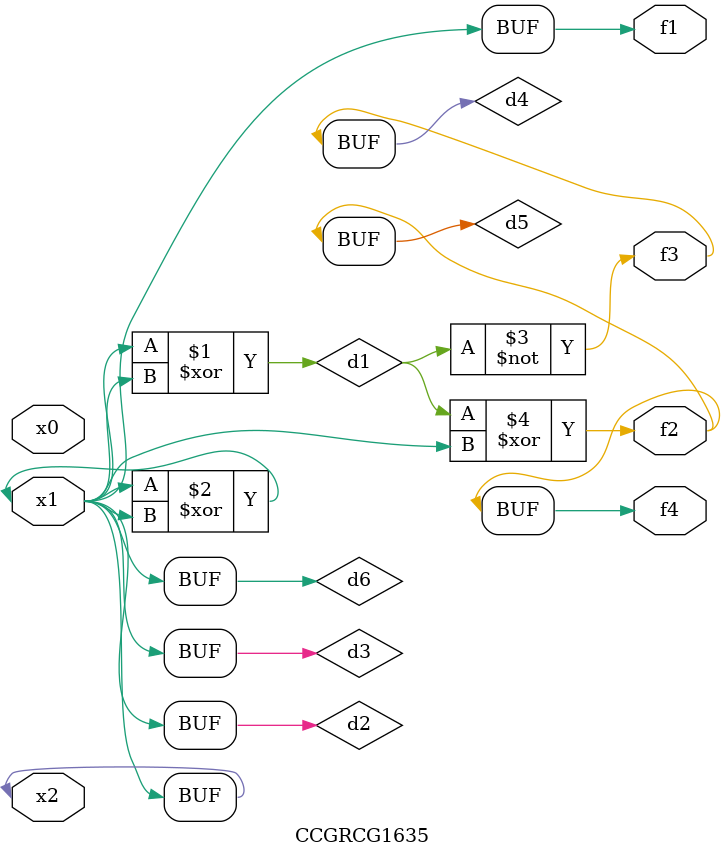
<source format=v>
module CCGRCG1635(
	input x0, x1, x2,
	output f1, f2, f3, f4
);

	wire d1, d2, d3, d4, d5, d6;

	xor (d1, x1, x2);
	buf (d2, x1, x2);
	xor (d3, x1, x2);
	nor (d4, d1);
	xor (d5, d1, d2);
	buf (d6, d2, d3);
	assign f1 = d6;
	assign f2 = d5;
	assign f3 = d4;
	assign f4 = d5;
endmodule

</source>
